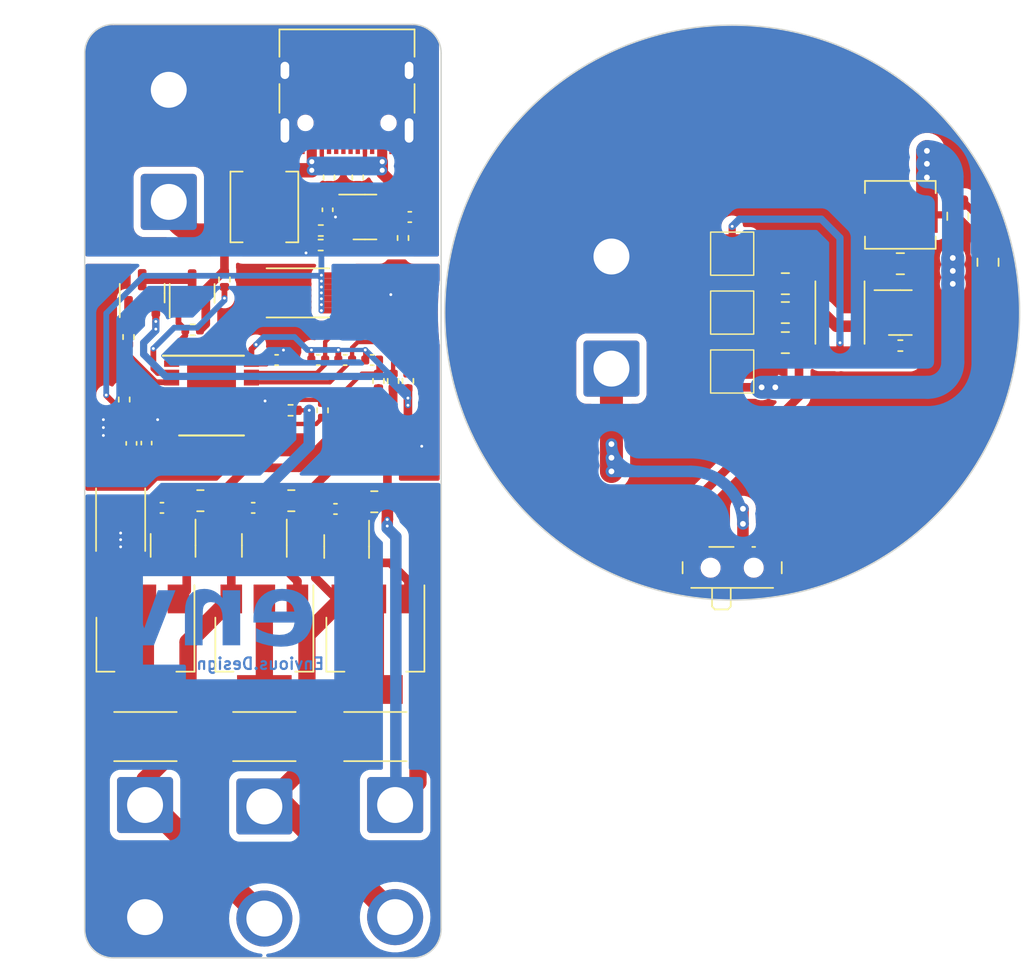
<source format=kicad_pcb>
(kicad_pcb (version 20221018) (generator pcbnew)
  (layers (0 "F.Cu" signal) (31 "B.Cu" signal) (34 "B.Paste" user) (35 "F.Paste" user) (36 "B.SilkS" user "B.Silkscreen") (37 "F.SilkS" user "F.Silkscreen") (38 "B.Mask" user) (39 "F.Mask" user) (44 "Edge.Cuts" user))
  (net 0 "")
  (net 1 "Net-(BAT1-Pin_1)")
  (net 2 "GND")
  (net 3 "Net-(U3-VDD)")
  (net 4 "VBUS")
  (net 5 "+12V")
  (net 6 "Net-(J1-CC1)")
  (net 10 "Net-(J1-CC2)")
  (net 14 "Net-(Q1-G)")
  (net 15 "Net-(Q1-D)")
  (net 16 "Net-(Q2-G)")
  (net 17 "Net-(Q3-G)")
  (net 18 "Net-(Q3-D)")
  (net 19 "Net-(Q4-G)")
  (net 20 "Net-(Q4-D)")
  (net 21 "Net-(Q5-G)")
  (net 22 "Net-(SW101-A)")
  (net 23 "Net-(U101-VBST)")
  (net 24 "Net-(U101-SW)")
  (net 25 "Net-(D101-anode)")
  (net 26 "Net-(U101-EN)")
  (net 27 "Net-(D103-cathode)")
  (net 39 "Net-(U9-VMP)")
  (net 40 "Net-(U9-VCC2)")
  (net 41 "Net-(U9-VCC1)")
  (net 42 "Net-(U9-DOP)")
  (net 43 "Net-(U4-FB)")
  (net 44 "Net-(U2-VDD)")
  (net 45 "Net-(Q2-D)")
  (net 46 "Net-(BAT2-Pin_1)")
  (net 49 "Net-(U9-VINI)")
  (net 50 "Net-(U9-VCC3)")
  (net 51 "Net-(U9-SEL)")
  (net 52 "Net-(U9-CTL)")
  (net 53 "Net-(U9-CDT)")
  (net 54 "Net-(U9-CCT)")
  (net 55 "Net-(U4-EN)")
  (net 56 "Net-(U1-VDD)")
  (net 57 "Net-(D101-cathode)")
  (net 58 "Net-(D102-cathode)")
  (net 59 "Net-(BAT1-Pin_2)")
  (net 60 "/VDD")
  (net 61 "/VSS")
  (footprint "Capacitor_SMD:C_0805_2012Metric" (layer "F.Cu") (at 74.5 35.4 180)
    (fp_text reference "C104")
    (fp_text value "10uF 0805")
  )
  (footprint "Package_TO_SOT_SMD:SOT-223-3_TabPin2" (layer "F.Cu") (at 37.975 61.875 -90)
    (fp_text reference "Q3")
    (fp_text value "BSP89")
  )
  (footprint "Capacitor_SMD:C_0402_1005Metric" (layer "F.Cu") (at 37.75 42.1)
    (fp_text reference "C8")
    (fp_text value "0.1uF 0402")
  )
  (footprint "Resistor_SMD:R_0402_1005Metric" (layer "F.Cu") (at 20.8 40.5 90)
    (fp_text reference "R21")
    (fp_text value "5.1K 0402")
  )
  (footprint "Resistor_SMD:R_0402_1005Metric" (layer "F.Cu") (at 34.18 33.09)
    (fp_text reference "R10")
    (fp_text value "62K 0402")
  )
  (footprint "GW_CSSRM3:GW_CSSRM3" (layer "F.Cu") (at 62.8 38.8 -90)
    (fp_text reference "D102")
    (fp_text value "GW_CSSRM3")
  )
  (footprint "Capacitor_SMD:C_0402_1005Metric" (layer "F.Cu") (at 29.475 52.3875 180)
    (fp_text reference "C2")
    (fp_text value "0.1uF 0402")
  )
  (footprint "Capacitor_SMD:C_0805_2012Metric" (layer "F.Cu") (at 66.5 40.89 180)
    (fp_text reference "C101")
    (fp_text value "10uF 0805")
  )
  (footprint "Capacitor_SMD:C_0402_1005Metric" (layer "F.Cu") (at 35.2 52.4625 180)
    (fp_text reference "C3")
    (fp_text value "0.1uF 0402")
  )
  (footprint "Resistor_SMD:R_0805_2012Metric" (layer "F.Cu") (at 25.8 51.8875 180)
    (fp_text reference "R2")
    (fp_text value "100 0805")
  )
  (footprint "Package_TO_SOT_SMD:SOT-23-6" (layer "F.Cu") (at 30.25 55 -90)
    (fp_text reference "U2")
    (fp_text value "HY2213")
  )
  (footprint "Resistor_SMD:R_2512_6332Metric" (layer "F.Cu") (at 20.25 53.2125 90)
    (fp_text reference "R103")
    (fp_text value "51r 2512")
  )
  (footprint "Resistor_SMD:R_2512_6332Metric" (layer "F.Cu") (at 37.975 68.3 180)
    (fp_text reference "R6")
    (fp_text value "47 2512")
  )
  (footprint "Connector_USB:USB_C_Receptacle_HRO_TYPE-C-31-M-12" (layer "F.Cu") (at 36 23 180)
    (fp_text reference "J1")
    (fp_text value "USB_C_Receptacle_USB2.0")
  )
  (footprint "Connector_Wire:SolderWire-2sqmm_1x02_P7.8mm_D2mm_OD3.9mm" (layer "F.Cu") (at 30.25 73.1625 -90)
    (fp_text reference "BAT2")
    (fp_text value "Conn_01x02")
  )
  (footprint "Capacitor_SMD:C_0402_1005Metric" (layer "F.Cu") (at 22.05 47.88 -90)
    (fp_text reference "C9")
    (fp_text value "0.1uF 0402")
  )
  (footprint "Resistor_SMD:R_0402_1005Metric" (layer "F.Cu") (at 20.5 44.85 90)
    (fp_text reference "R20")
    (fp_text value "1K 0402")
  )
  (footprint "Capacitor_SMD:C_0805_2012Metric" (layer "F.Cu") (at 80.6 35.3 -90)
    (fp_text reference "C106")
    (fp_text value "22uF 0805")
  )
  (footprint "Inductor_SMD:L_Sunlord_MWSA0402S" (layer "F.Cu") (at 30.25 31.45 -90)
    (fp_text reference "L1")
    (fp_text value "MWSA0402S")
  )
  (footprint "Resistor_SMD:R_0402_1005Metric" (layer "F.Cu") (at 34.75 29.4 90)
    (fp_text reference "R9")
    (fp_text value "5.1K 0402")
  )
  (footprint "Connector_Wire:SolderWire-2sqmm_1x02_P7.8mm_D2mm_OD3.9mm" (layer "F.Cu") (at 54.4 42.699999 90)
    (fp_text reference "J102")
    (fp_text value "Conn_01x02")
  )
  (footprint "Inductor_SMD:L_Sunlord_MWSA0402S" (layer "F.Cu") (at 74.5 32)
    (fp_text reference "L101")
    (fp_text value "MWSA0402S")
  )
  (footprint "Resistor_SMD:R_0805_2012Metric" (layer "F.Cu") (at 37.9 51.9625 180)
    (fp_text reference "R5")
    (fp_text value "100 0805")
  )
  (footprint "Package_TO_SOT_SMD:SOT-23-6" (layer "F.Cu") (at 37.25 32.15)
    (fp_text reference "U4")
    (fp_text value "MT3608")
  )
  (footprint "Package_TO_SOT_SMD:SOT-23" (layer "F.Cu") (at 25.225 37.4625 90)
    (fp_text reference "Q4")
    (fp_text value "AO3401A")
  )
  (footprint "Capacitor_SMD:C_0402_1005Metric" (layer "F.Cu") (at 23.125 52.3875 180)
    (fp_text reference "C1")
    (fp_text value "0.1uF 0402")
  )
  (footprint "GW_CSSRM3:GW_CSSRM3" (layer "F.Cu") (at 62.799999 42.9 -90)
    (fp_text reference "D101")
    (fp_text value "GW_CSSRM3")
  )
  (footprint "Capacitor_SMD:C_0805_2012Metric" (layer "F.Cu") (at 66.5 38.8 180)
    (fp_text reference "C102")
    (fp_text value "10uF 0805")
  )
  (footprint "Package_TO_SOT_SMD:SOT-23-6" (layer "F.Cu") (at 74.5 38.8)
    (fp_text reference "U101")
    (fp_text value "TPS565208")
  )
  (footprint "Resistor_SMD:R_0402_1005Metric" (layer "F.Cu") (at 25.259999 40)
    (fp_text reference "R23")
    (fp_text value "1M 0402")
  )
  (footprint "Connector_Wire:SolderWire-2sqmm_1x02_P7.8mm_D2mm_OD3.9mm" (layer "F.Cu") (at 39.35 73.0625 -90)
    (fp_text reference "BAT3")
    (fp_text value "Conn_01x02")
  )
  (footprint "Package_SO:HTSSOP-16-1EP_4.4x5mm_P0.65mm_EP3.4x5mm" (layer "F.Cu") (at 26.575 44.625)
    (fp_text reference "U9")
    (fp_text value "8254")
  )
  (footprint "Capacitor_SMD:C_0402_1005Metric" (layer "F.Cu") (at 31.105 42.1)
    (fp_text reference "C11")
    (fp_text value "2.2uF 0402")
  )
  (footprint "Capacitor_SMD:C_0402_1005Metric" (layer "F.Cu") (at 35.875 42.1)
    (fp_text reference "C7")
    (fp_text value "0.1uF 0402")
  )
  (footprint "Resistor_SMD:R_0402_1005Metric" (layer "F.Cu") (at 74.5 41.1 180)
    (fp_text reference "R101")
    (fp_text value "10K 0402")
  )
  (footprint "Resistor_SMD:R_2512_6332Metric" (layer "F.Cu") (at 21.975001 68.3 180)
    (fp_text reference "R1")
    (fp_text value "47 2512")
  )
  (footprint "GW_CSSRM3:GW_CSSRM3" (layer "F.Cu") (at 62.8 34.7 -90)
    (fp_text reference "D103")
    (fp_text value "GW_CSSRM3")
  )
  (footprint "Button_Switch_SMD:SW_SPDT_PCM12" (layer "F.Cu") (at 62.8 56.225)
    (fp_text reference "SW101")
    (fp_text value "SW_SPST")
  )
  (footprint "Capacitor_SMD:C_0402_1005Metric" (layer "F.Cu") (at 34 42.1)
    (fp_text reference "C6")
    (fp_text value "0.1uF 0402")
  )
  (footprint "Package_TO_SOT_SMD:SOT-223-3_TabPin2" (layer "F.Cu") (at 21.975001 61.875 -90)
    (fp_text reference "Q1")
    (fp_text value "BSP89")
  )
  (footprint "Resistor_SMD:R_0402_1005Metric" (layer "F.Cu") (at 36.75 29.4 90)
    (fp_text reference "R8")
    (fp_text value "5.1K 0402")
  )
  (footprint "Resistor_SMD:R_0402_1005Metric" (layer "F.Cu") (at 32.075 45.6)
    (fp_text reference "R19")
    (fp_text value "1K 0402")
  )
  (footprint "Package_TO_SOT_SMD:SOT-223-3_TabPin2" (layer "F.Cu") (at 30.25 61.875 -90)
    (fp_text reference "Q2")
    (fp_text value "BSP89")
  )
  (footprint "Capacitor_SMD:C_0805_2012Metric" (layer "F.Cu") (at 78.5 32.1 -90)
    (fp_text reference "C105")
    (fp_text value "22uF 0805")
  )
  (footprint "Resistor_SMD:R_0402_1005Metric" (layer "F.Cu") (at 38.19 43.56 -90)
    (fp_text reference "R25")
    (fp_text value "1K 0402")
  )
  (footprint "Capacitor_SMD:C_0402_1005Metric" (layer "F.Cu") (at 34.65 31.65 -90)
    (fp_text reference "C5")
    (fp_text value "22uF 0402")
  )
  (footprint "Package_TO_SOT_SMD:SOT-23-6" (layer "F.Cu") (at 35.975 55.074999 -90)
    (fp_text reference "U3")
    (fp_text value "HY2213")
  )
  (footprint "Resistor_SMD:R_0402_1005Metric" (layer "F.Cu") (at 40.24 43.56 -90)
    (fp_text reference "R27")
    (fp_text value "1K 0402")
  )
  (footprint "Resistor_SMD:R_0402_1005Metric" (layer "F.Cu") (at 34.17 34.1 180)
    (fp_text reference "R11")
    (fp_text value "3K 0402")
  )
  (footprint "Resistor_SMD:R_0402_1005Metric" (layer "F.Cu") (at 39.21 43.56 -90)
    (fp_text reference "R26")
    (fp_text value "1K 0402")
  )
  (footprint "Package_TO_SOT_SMD:SOT-23-6" (layer "F.Cu") (at 23.9 55 -90)
    (fp_text reference "U1")
    (fp_text value "HY2213")
  )
  (footprint "Capacitor_SMD:C_0805_2012Metric" (layer "F.Cu") (at 66.5 36.789999 180)
    (fp_text reference "C103")
    (fp_text value "0.1uF 0805")
  )
  (footprint "Resistor_SMD:R_0402_1005Metric" (layer "F.Cu") (at 39.9 33.61 90)
    (fp_text reference "R7")
    (fp_text value "10K 0402")
  )
  (footprint "Package_TO_SOT_SMD:SOT-23" (layer "F.Cu") (at 21.75 37.45 90)
    (fp_text reference "Q5")
    (fp_text value "AO3401A")
  )
  (footprint "Resistor_SMD:R_0402_1005Metric" (layer "F.Cu") (at 27.475 36.5 90)
    (fp_text reference "R22")
    (fp_text value "5.1K 0402")
  )
  (footprint "Capacitor_SMD:C_0402_1005Metric" (layer "F.Cu") (at 21 47.9 -90)
    (fp_text reference "C10")
    (fp_text value "0.1uF 0402")
  )
  (footprint "Connector_Wire:SolderWire-2sqmm_1x02_P7.8mm_D2mm_OD3.9mm" (layer "F.Cu") (at 21.95 73.0625 -90)
    (fp_text reference "BAT1")
    (fp_text value "Conn_01x02")
  )
  (footprint "Resistor_SMD:R_0402_1005Metric" (layer "F.Cu") (at 34.3 45.6 90)
    (fp_text reference "R18")
    (fp_text value "1K 0402")
  )
  (footprint "Resistor_SMD:R_2512_6332Metric" (layer "F.Cu") (at 32.58 37.43 180)
    (fp_text reference "R24")
    (fp_text value "0r 2512")
  )
  (footprint "Resistor_SMD:R_2512_6332Metric" (layer "F.Cu") (at 30.25 68.3 180)
    (fp_text reference "R4")
    (fp_text value "47 2512")
  )
  (footprint "Resistor_SMD:R_2512_6332Metric" (layer "F.Cu") (at 70.3 38.8 90)
    (fp_text reference "R102")
    (fp_text value "0.5R 2512")
  )
  (footprint "Capacitor_SMD:C_0402_1005Metric" (layer "F.Cu") (at 40.37 32.15)
    (fp_text reference "C4")
    (fp_text value "22uF 0402")
  )
  (footprint "Resistor_SMD:R_0805_2012Metric" (layer "F.Cu") (at 32.124999 51.8875 180)
    (fp_text reference "R3")
    (fp_text value "100 0805")
  )
  (footprint "Connector_Wire:SolderWire-2sqmm_1x02_P7.8mm_D2mm_OD3.9mm" (layer "B.Cu") (at 23.6 31.1 90)
    (fp_text reference "J101")
    (fp_text value "Conn_01x02")
  )
  (gr_arc (start 17.75 20.75) (mid 18.335786 19.335786) (end 19.75 18.75) (stroke (width 0.1)) (layer "Edge.Cuts"))
  (gr_line (start 40.55 83.7) (end 19.75 83.7) (stroke (width 0.1)) (layer "Edge.Cuts"))
  (gr_line (start 42.55 20.75) (end 42.55 81.7) (stroke (width 0.1)) (layer "Edge.Cuts"))
  (gr_arc (start 19.75 83.7) (mid 18.335786 83.114214) (end 17.75 81.7) (stroke (width 0.1)) (layer "Edge.Cuts"))
  (gr_arc (start 40.55 18.75) (mid 41.964214 19.335786) (end 42.55 20.75) (stroke (width 0.1)) (layer "Edge.Cuts"))
  (gr_line (start 17.75 81.7) (end 17.75 20.75) (stroke (width 0.1)) (layer "Edge.Cuts"))
  (gr_arc (start 42.55 81.7) (mid 41.964214 83.114214) (end 40.55 83.7) (stroke (width 0.1)) (layer "Edge.Cuts"))
  (gr_line (start 19.75 18.75) (end 40.55 18.75) (stroke (width 0.1)) (layer "Edge.Cuts"))
  (gr_circle (center 62.8 38.800001) (end 62.8 58.8) (stroke (width 0.1)) (fill none) (layer "Edge.Cuts"))
  (gr_text "env" (at 33.9 62.8) (layer "B.Cu") (effects (font (size 5 5) (thickness 0.15) bold) (justify left bottom mirror)))
  (gr_text "Envious.Design" (at 34.5 63.7) (layer "B.Cu") (effects (font (size 0.8 0.8) (thickness 0.15) bold) (justify left bottom mirror)))
  (segment (start 27.95 55.2125) (end 29.3 53.8625) (width 0.6) (layer "F.Cu") (net 1))
  (segment (start 21.95 71.287501) (end 24.937501 68.3) (width 1.2) (layer "F.Cu") (net 1))
  (segment (start 30.55 49.6) (end 32.66 49.6) (width 0.6) (layer "F.Cu") (net 1))
  (segment (start 28.495 51.8875) (end 27.75 51.8875) (width 0.6) (layer "F.Cu") (net 1))
  (segment (start 26.7125 51.8875) (end 27.75 51.8875) (width 0.6) (layer "F.Cu") (net 1))
  (segment (start 26.7125 51.8875) (end 27.25 51.8875) (width 0.4) (layer "F.Cu") (net 1))
  (segment (start 24.937501 68.3) (end 24.937501 61.737499) (width 1.2) (layer "F.Cu") (net 1))
  (segment (start 21.95 73.0625) (end 22.35 73.0625) (width 1.6) (layer "F.Cu") (net 1))
  (segment (start 31 49.6) (end 32.66 49.6) (width 0.4) (layer "F.Cu") (net 1))
  (segment (start 32.66 49.6) (end 33.93 48.33) (width 0.6) (layer "F.Cu") (net 1))
  (segment (start 28.995 52.3875) (end 28.495 51.8875) (width 0.6) (layer "F.Cu") (net 1))
  (segment (start 33.93 48.33) (end 38.19 44.07) (width 0.6) (layer "F.Cu") (net 1))
  (segment (start 26.7125 51.8875) (end 29 49.6) (width 0.6) (layer "F.Cu") (net 1))
  (segment (start 21.95 73.0625) (end 21.95 71.287501) (width 1.2) (layer "F.Cu") (net 1))
  (segment (start 28.995 53.5575) (end 28.995 52.3875) (width 0.6) (layer "F.Cu") (net 1))
  (segment (start 29 49.6) (end 30.55 49.6) (width 0.6) (layer "F.Cu") (net 1))
  (segment (start 27.95 58.725) (end 27.95 55.2125) (width 0.6) (layer "F.Cu") (net 1))
  (segment (start 30.55 49.6) (end 31 49.6) (width 0.6) (layer "F.Cu") (net 1))
  (segment (start 24.937501 61.737499) (end 27.95 58.725) (width 1.2) (layer "F.Cu") (net 1))
  (segment (start 29.3 53.8625) (end 28.995 53.5575) (width 0.6) (layer "F.Cu") (net 1))
  (segment (start 22.35 73.0625) (end 30.25 80.9625) (width 1.6) (layer "F.Cu") (net 1))
  (segment (start 27.75 51.8875) (end 27.25 51.8875) (width 0.6) (layer "F.Cu") (net 1))
  (segment (start 35.2 32.15) (end 35.22 32.13) (width 0.6) (layer "F.Cu") (net 2))
  (segment (start 62.8 38.8) (end 65.55 38.8) (width 1) (layer "F.Cu") (net 2))
  (segment (start 20.04 45.36) (end 19.37 44.69) (width 0.4) (layer "F.Cu") (net 2))
  (segment (start 62.8 34.7) (end 65.55 34.7) (width 1) (layer "F.Cu") (net 2))
  (segment (start 65.55 34.7) (end 65.55 36.789999) (width 1) (layer "F.Cu") (net 2))
  (segment (start 62.799999 42.9) (end 65.55 42.9) (width 1) (layer "F.Cu") (net 2))
  (segment (start 62.799999 42.9) (end 59.4 42.9) (width 1) (layer "F.Cu") (net 2))
  (segment (start 62.8 34.7) (end 59.4 34.7) (width 1) (layer "F.Cu") (net 2))
  (segment (start 35.5425 37.02) (end 35.5425 37.43) (width 0.4) (layer "F.Cu") (net 2))
  (segment (start 35.5425 38.25) (end 35.5425 37.43) (width 0.4) (layer "F.Cu") (net 2))
  (segment (start 35.5425 37.84) (end 35.5425 37.43) (width 0.4) (layer "F.Cu") (net 2))
  (segment (start 19.25 44.57) (end 19.25 44.54) (width 0.4) (layer "F.Cu") (net 2))
  (segment (start 34.22 36.61) (end 35.5425 36.61) (width 0.4) (layer "F.Cu") (net 2))
  (segment (start 35.5425 36.61) (end 35.5425 37.43) (width 0.4) (layer "F.Cu") (net 2))
  (segment (start 36.0925 32.13) (end 36.1125 32.15) (width 0.6) (layer "F.Cu") (net 2))
  (segment (start 35.22 32.13) (end 36.0925 32.13) (width 0.6) (layer "F.Cu") (net 2))
  (segment (start 34.22 36.2) (end 35.5425 36.2) (width 0.4) (layer "F.Cu") (net 2))
  (segment (start 34.22 37.02) (end 35.5425 37.02) (width 0.4) (layer "F.Cu") (net 2))
  (segment (start 35.5425 36.2) (end 35.5425 37.43) (width 0.4) (layer "F.Cu") (net 2))
  (segment (start 34.22 37.84) (end 35.5425 37.84) (width 0.4) (layer "F.Cu") (net 2))
  (segment (start 34.22 38.66) (end 35.5425 38.66) (width 0.4) (layer "F.Cu") (net 2))
  (segment (start 62.8 38.8) (end 59.4 38.8) (width 1) (layer "F.Cu") (net 2))
  (segment (start 34.65 32.13) (end 35.18 32.13) (width 0.6) (layer "F.Cu") (net 2))
  (segment (start 34.22 38.25) (end 35.5425 38.25) (width 0.4) (layer "F.Cu") (net 2))
  (segment (start 34.22 37.43) (end 35.5425 37.43) (width 0.4) (layer "F.Cu") (net 2))
  (segment (start 32.75 27.045) (end 32.595 27.045) (width 0.4) (layer "F.Cu") (net 2))
  (segment (start 35.5425 38.66) (end 35.5425 37.43) (width 0.4) (layer "F.Cu") (net 2))
  (segment (start 19.37 44.69) (end 19.25 44.57) (width 0.4) (layer "F.Cu") (net 2))
  (segment (start 20.5 45.36) (end 20.04 45.36) (width 0.4) (layer "F.Cu") (net 2))
  (segment (start 35.18 32.13) (end 35.2 32.15) (width 0.6) (layer "F.Cu") (net 2))
  (segment (start 59.4 34.7) (end 59.4 38.8) (width 1) (layer "F.Cu") (net 2))
  (segment (start 39.25 27.045) (end 39.405 27.045) (width 0.4) (layer "F.Cu") (net 2))
  (segment (start 65.55 42.9) (end 65.55 40.89) (width 1) (layer "F.Cu") (net 2))
  (segment (start 59.4 38.8) (end 59.4 42.9) (width 1) (layer "F.Cu") (net 2))
  (via (at 34.22 36.2) (size 0.4) (drill 0.2) (layers "F.Cu" "B.Cu") (net 2))
  (via (at 34.22 37.02) (size 0.4) (drill 0.2) (layers "F.Cu" "B.Cu") (net 2))
  (via (at 19.25 44.54) (size 0.4) (drill 0.2) (layers "F.Cu" "B.Cu") (net 2))
  (via (at 34.22 38.25) (size 0.4) (drill 0.2) (layers "F.Cu" "B.Cu") (net 2))
  (via (at 33.15 34.65) (size 0.4) (drill 0.2) (layers "F.Cu" "B.Cu") (net 2))
  (via (at 34.22 36.61) (size 0.4) (drill 0.2) (layers "F.Cu" "B.Cu") (net 2))
  (via (at 35.2 32.15) (size 0.4) (drill 0.2) (layers "F.Cu" "B.Cu") (net 2))
  (via (at 34.22 37.84) (size 0.4) (drill 0.2) (layers "F.Cu" "B.Cu") (net 2))
  (via (at 34.22 37.43) (size 0.4) (drill 0.2) (layers "F.Cu" "B.Cu") (net 2))
  (via (at 34.22 38.66) (size 0.4) (drill 0.2) (layers "F.Cu" "B.Cu") (net 2))
  (arc (start 39.405 27.045) (mid 40.052003 26.777003) (end 40.32 26.13) (width 0.4) (layer "F.Cu") (net 2))
  (arc (start 32.595 27.045) (mid 31.947997 26.777003) (end 31.68 26.13) (width 0.4) (layer "F.Cu") (net 2))
  (segment (start 19.25 44.54) (end 19.25 38.85) (width 0.4) (layer "B.Cu") (net 2))
  (segment (start 34.22 32.15) (end 35.2 32.15) (width 0.4) (layer "B.Cu") (net 2))
  (segment (start 34.05 36.24) (end 34.22 36.41) (width 0.4) (layer "B.Cu") (net 2))
  (segment (start 34.22 38.66) (end 34.22 36.41) (width 0.4) (layer "B.Cu") (net 2))
  (segment (start 21.86 36.24) (end 34.05 36.24) (width 0.4) (layer "B.Cu") (net 2))
  (segment (start 19.25 38.85) (end 21.86 36.24) (width 0.4) (layer "B.Cu") (net 2))
  (segment (start 34.22 36.41) (end 34.22 32.15) (width 0.4) (layer "B.Cu") (net 2))
  (segment (start 35.975 52.7575) (end 35.975 53.937499) (width 0.4) (layer "F.Cu") (net 3))
  (segment (start 35.68 52.4625) (end 35.975 52.7575) (width 0.4) (layer "F.Cu") (net 3))
  (segment (start 36.9875 51.9625) (end 36.18 51.9625) (width 0.4) (layer "F.Cu") (net 3))
  (segment (start 36.18 51.9625) (end 35.68 52.4625) (width 0.4) (layer "F.Cu") (net 3))
  (segment (start 33.55 28.3) (end 33.55 28.9) (width 0.7) (layer "F.Cu") (net 4))
  (segment (start 30.25 29.6) (end 30.45 29.6) (width 1.6) (layer "F.Cu") (net 4))
  (segment (start 38.45 28.3) (end 38.45 27.045) (width 0.7) (layer "F.Cu") (net 4))
  (segment (start 33.55 27.045) (end 33.55 28.3) (width 0.7) (layer "F.Cu") (net 4))
  (segment (start 30.95 28.9) (end 30.25 29.6) (width 1) (layer "F.Cu") (net 4))
  (segment (start 39.89 32.15) (end 39.89 33.09) (width 0.6) (layer "F.Cu") (net 4))
  (segment (start 39.89 32.15) (end 38.3875 32.15) (width 0.6) (layer "F.Cu") (net 4))
  (segment (start 38.45 29.1) (end 38.45 28.3) (width 0.8) (layer "F.Cu") (net 4))
  (segment (start 33.55 28.9) (end 30.95 28.9) (width 1) (layer "F.Cu") (net 4))
  (segment (start 39.89 32.15) (end 39.89 30.54) (width 0.8) (layer "F.Cu") (net 4))
  (segment (start 38.45 28.9) (end 38.45 28.3) (width 0.7) (layer "F.Cu") (net 4))
  (segment (start 39.89 30.54) (end 38.45 29.1) (width 0.8) (layer "F.Cu") (net 4))
  (segment (start 39.89 33.09) (end 39.9 33.1) (width 0.6) (layer "F.Cu") (net 4))
  (via (at 38.45 28.3) (size 0.6) (drill 0.35) (layers "F.Cu" "B.Cu") (net 4))
  (via (at 38.45 28.9) (size 0.6) (drill 0.35) (layers "F.Cu" "B.Cu") (net 4))
  (via (at 33.55 28.9) (size 0.6) (drill 0.35) (layers "F.Cu" "B.Cu") (net 4))
  (via (at 33.55 28.3) (size 0.6) (drill 0.35) (layers "F.Cu" "B.Cu") (net 4))
  (segment (start 38.45 28.9) (end 33.55 28.9) (width 0.7) (layer "B.Cu") (net 4))
  (segment (start 33.55 28.3) (end 38.45 28.3) (width 0.7) (layer "B.Cu") (net 4))
  (segment (start 33.05 31.4) (end 33.05 32.47) (width 0.6) (layer "F.Cu") (net 5))
  (segment (start 63.55 53.5) (end 63.55 52.45) (width 0.8) (layer "F.Cu") (net 5))
  (segment (start 26.175 38.4) (end 26.175 37.162685) (width 0.6) (layer "F.Cu") (net 5))
  (segment (start 27.475 34.725) (end 27.475 35.99) (width 0.6) (layer "F.Cu") (net 5))
  (segment (start 33.28 31.17) (end 33.05 31.4) (width 0.6) (layer "F.Cu") (net 5))
  (segment (start 34.65 31.17) (end 33.28 31.17) (width 0.6) (layer "F.Cu") (net 5))
  (segment (start 33.67 33.09) (end 30.46 33.09) (width 0.8) (layer "F.Cu") (net 5))
  (segment (start 54.4 49.85) (end 54.4 49.6) (width 1.6) (layer "F.Cu") (net 5))
  (segment (start 33.05 32.47) (end 33.67 33.09) (width 0.6) (layer "F.Cu") (net 5))
  (segment (start 36.1125 31.2) (end 34.68 31.2) (width 0.6) (layer "F.Cu") (net 5))
  (segment (start 30.46 33.09) (end 30.25 33.3) (width 0.8) (layer "F.Cu") (net 5))
  (segment (start 34.68 31.2) (end 34.65 31.17) (width 0.6) (layer "F.Cu") (net 5))
  (segment (start 28.9 33.3) (end 27.475 34.725) (width 0.6) (layer "F.Cu") (net 5))
  (segment (start 27.347685 35.99) (end 27.475 35.99) (width 0.6) (layer "F.Cu") (net 5))
  (segment (start 54.4 42.699999) (end 54.4 47.95) (width 1.6) (layer "F.Cu") (net 5))
  (segment (start 30.25 33.3) (end 28.9 33.3) (width 0.6) (layer "F.Cu") (net 5))
  (segment (start 63.55 54.795) (end 63.55 53.5) (width 0.8) (layer "F.Cu") (net 5))
  (segment (start 30.25 33.3) (end 25.8 33.3) (width 1.4) (layer "F.Cu") (net 5))
  (segment (start 54.4 47.95) (end 54.4 48.9) (width 1.6) (layer "F.Cu") (net 5))
  (segment (start 26.175 38.4) (end 26.175 39.594999) (width 0.6) (layer "F.Cu") (net 5))
  (segment (start 26.175 39.594999) (end 25.769999 40) (width 0.6) (layer "F.Cu") (net 5))
  (segment (start 63.55 52.45) (end 63.55 52.55) (width 0.8) (layer "F.Cu") (net 5))
  (segment (start 54.4 48.9) (end 54.4 49.85) (width 1.6) (layer "F.Cu") (net 5))
  (segment (start 26.175 37.162685) (end 27.347685 35.99) (width 0.6) (layer "F.Cu") (net 5))
  (via (at 54.4 48.9) (size 0.8) (drill 0.4) (layers "F.Cu" "B.Cu") (net 5))
  (via (at 63.55 53.5) (size 0.8) (drill 0.4) (layers "F.Cu" "B.Cu") (net 5))
  (via (at 63.55 52.45) (size 0.8) (drill 0.4) (layers "F.Cu" "B.Cu") (net 5))
  (via (at 54.4 47.95) (size 0.8) (drill 0.4) (layers "F.Cu" "B.Cu") (net 5))
  (via (at 54.4 49.85) (size 0.8) (drill 0.4) (layers "F.Cu" "B.Cu") (net 5))
  (arc (start 25.8 33.3) (mid 24.244365 32.655635) (end 23.6 31.1) (width 1.4) (layer "F.Cu") (net 5))
  (segment (start 55.35 49.85) (end 56.3 49.85) (width 0.8) (layer "B.Cu") (net 5))
  (segment (start 54.4 49.85) (end 56.3 49.85) (width 0.8) (layer "B.Cu") (net 5))
  (segment (start 59.9 49.85) (end 56.3 49.85) (width 0.8) (layer "B.Cu") (net 5))
  (arc (start 63.55 53.5) (mid 62.48094 50.91906) (end 59.9 49.85) (width 0.8) (layer "B.Cu") (net 5))
  (arc (start 54.4 48.9) (mid 54.678249 49.571751) (end 55.35 49.85) (width 0.8) (layer "B.Cu") (net 5))
  (arc (start 54.4 47.95) (mid 54.956497 49.293503) (end 56.3 49.85) (width 0.8) (layer "B.Cu") (net 5))
  (segment (start 37.25 28.39) (end 37.25 27.045) (width 0.3) (layer "F.Cu") (net 6))
  (segment (start 36.75 28.89) (end 37.25 28.39) (width 0.3) (layer "F.Cu") (net 6))
  (segment (start 34.25 27.045) (end 34.25 28.39) (width 0.3) (layer "F.Cu") (net 10))
  (segment (start 34.25 28.39) (end 34.75 28.89) (width 0.3) (layer "F.Cu") (net 10))
  (segment (start 24.85 58.150001) (end 24.275001 58.725) (width 0.6) (layer "F.Cu") (net 14))
  (segment (start 24.85 56.1375) (end 24.85 58.150001) (width 0.6) (layer "F.Cu") (net 14))
  (segment (start 21.975001 65.025) (end 19.012501 67.9875) (width 1.2) (layer "F.Cu") (net 15))
  (segment (start 21.975001 65.025) (end 21.975001 58.725) (width 1.2) (layer "F.Cu") (net 15))
  (segment (start 19.012501 67.9875) (end 19.012501 68.3) (width 1.2) (layer "F.Cu") (net 15))
  (segment (start 31.2 56.1375) (end 32.55 57.4875) (width 0.6) (layer "F.Cu") (net 16))
  (segment (start 32.55 57.4875) (end 32.55 58.725) (width 0.6) (layer "F.Cu") (net 16))
  (segment (start 40.275 57.475) (end 40.275 58.725) (width 0.6) (layer "F.Cu") (net 17))
  (segment (start 39.012499 56.212499) (end 40.275 57.475) (width 0.6) (layer "F.Cu") (net 17))
  (segment (start 36.925 56.212499) (end 39.012499 56.212499) (width 0.6) (layer "F.Cu") (net 17))
  (segment (start 35.0125 67.9875) (end 37.975 65.025) (width 1.2) (layer "F.Cu") (net 18))
  (segment (start 35.0125 68.3) (end 35.0125 67.9875) (width 1.2) (layer "F.Cu") (net 18))
  (segment (start 37.975 65.025) (end 37.975 58.725) (width 1.2) (layer "F.Cu") (net 18))
  (segment (start 24.749999 40) (end 24.275 39.525001) (width 0.4) (layer "F.Cu") (net 19))
  (segment (start 23.8 41.35) (end 23.8 42.35) (width 0.4) (layer "F.Cu") (net 19))
  (segment (start 24.749999 40) (end 24.749999 40.400001) (width 0.4) (layer "F.Cu") (net 19))
  (segment (start 24.749999 40.400001) (end 23.8 41.35) (width 0.4) (layer "F.Cu") (net 19))
  (segment (start 24.275 39.525001) (end 24.275 38.4) (width 0.4) (layer "F.Cu") (net 19))
  (segment (start 21.75 36.5125) (end 25.2125 36.5125) (width 0.6) (layer "F.Cu") (net 20))
  (segment (start 25.2125 36.5125) (end 25.225 36.525) (width 0.6) (layer "F.Cu") (net 20))
  (segment (start 20.8 38.3875) (end 20.8 39.99) (width 0.4) (layer "F.Cu") (net 21))
  (segment (start 71.6 39.75) (end 73.3625 39.75) (width 0.6) (layer "F.Cu") (net 22))
  (segment (start 67.45 36.789999) (end 67.45 41.8) (width 0.8) (layer "F.Cu") (net 22))
  (segment (start 67.45 36.789999) (end 67.45 40.89) (width 0.5) (layer "F.Cu") (net 22))
  (segment (start 70.05 39.75) (end 71.6 39.75) (width 0.8) (layer "F.Cu") (net 22))
  (segment (start 67.45 38.8) (end 69.1 38.8) (width 0.8) (layer "F.Cu") (net 22))
  (segment (start 67.45 44.65) (end 67.45 40.89) (width 0.6) (layer "F.Cu") (net 22))
  (segment (start 69.75 39.45) (end 70.05 39.75) (width 0.8) (layer "F.Cu") (net 22))
  (segment (start 60.55 54.795) (end 60.55 51.55) (width 0.6) (layer "F.Cu") (net 22))
  (segment (start 60.55 51.55) (end 67.45 44.65) (width 0.6) (layer "F.Cu") (net 22))
  (segment (start 73.3625 39.75) (end 73.3625 40.4725) (width 0.5) (layer "F.Cu") (net 22))
  (segment (start 69.1 38.8) (end 69.75 39.45) (width 0.8) (layer "F.Cu") (net 22))
  (segment (start 73.3625 40.4725) (end 73.99 41.1) (width 0.5) (layer "F.Cu") (net 22))
  (segment (start 67.45 41.8) (end 67.45 40.89) (width 0.5) (layer "F.Cu") (net 22))
  (segment (start 75.6375 35.5875) (end 75.45 35.4) (width 0.4) (layer "F.Cu") (net 23))
  (segment (start 75.6375 37.85) (end 75.6375 35.5875) (width 0.4) (layer "F.Cu") (net 23))
  (segment (start 74.5 36.35) (end 73.55 35.4) (width 0.3) (layer "F.Cu") (net 24))
  (segment (start 73.55 35.4) (end 72.65 34.5) (width 0.5) (layer "F.Cu") (net 24))
  (segment (start 74.1 38.8) (end 74.5 38.4) (width 0.3) (layer "F.Cu") (net 24))
  (segment (start 72.65 34.5) (end 72.65 32) (width 0.5) (layer "F.Cu") (net 24))
  (segment (start 74.5 38.4) (end 74.5 36.35) (width 0.3) (layer "F.Cu") (net 24))
  (segment (start 73.3625 38.8) (end 74.1 38.8) (width 0.3) (layer "F.Cu") (net 24))
  (segment (start 76.35 32) (end 77.65 32) (width 0.5) (layer "F.Cu") (net 25))
  (segment (start 65.35 44) (end 65.85 44) (width 0.6) (layer "F.Cu") (net 25))
  (segment (start 78.5 31.15) (end 78.95 31.15) (width 0.5) (layer "F.Cu") (net 25))
  (segment (start 62.799999 44) (end 65.35 44) (width 0.6) (layer "F.Cu") (net 25))
  (segment (start 76.35 28.45) (end 76.35 27.55) (width 1.5) (layer "F.Cu") (net 25))
  (segment (start 65.8 44) (end 64.85 44) (width 0.6) (layer "F.Cu") (net 25))
  (segment (start 77.65 32) (end 78.5 31.15) (width 0.5) (layer "F.Cu") (net 25))
  (segment (start 76.35 32) (end 76.35 28.45) (width 1.5) (layer "F.Cu") (net 25))
  (segment (start 78.95 31.15) (end 80.6 32.8) (width 0.5) (layer "F.Cu") (net 25))
  (segment (start 76.35 27.55) (end 76.35 29.4) (width 1.5) (layer "F.Cu") (net 25))
  (segment (start 80.6 32.8) (end 80.6 34.35) (width 0.5) (layer "F.Cu") (net 25))
  (via (at 78.15 35.9) (size 0.8) (drill 0.4) (layers "F.Cu" "B.Cu") (net 25))
  (via (at 65.8 44) (size 0.8) (drill 0.4) (layers "F.Cu" "B.Cu") (net 25))
  (via (at 76.35 29.4) (size 0.8) (drill 0.4) (layers "F.Cu" "B.Cu") (net 25))
  (via (at 76.35 28.45) (size 0.8) (drill 0.4) (layers "F.Cu" "B.Cu") (net 25))
  (via (at 76.35 27.55) (size 0.8) (drill 0.4) (layers "F.Cu" "B.Cu") (net 25))
  (via (at 64.85 44) (size 0.8) (drill 0.4) (layers "F.Cu" "B.Cu") (net 25))
  (via (at 78.15 35) (size 0.8) (drill 0.4) (layers "F.Cu" "B.Cu") (net 25))
  (via (at 78.15 36.8) (size 0.8) (drill 0.4) (layers "F.Cu" "B.Cu") (net 25))
  (segment (start 78.15 35) (end 78.15 35.45) (width 1.6) (layer "B.Cu") (net 25))
  (segment (start 78.15 35.25) (end 78.15 35) (width 1.6) (layer "B.Cu") (net 25))
  (segment (start 64.85 44) (end 76.4 44) (width 1.6) (layer "B.Cu") (net 25))
  (segment (start 78.15 36.8) (end 78.15 42.25) (width 1.6) (layer "B.Cu") (net 25))
  (segment (start 78.15 35.9) (end 78.15 36.8) (width 1.6) (layer "B.Cu") (net 25))
  (segment (start 78.15 29.35) (end 78.15 31.2) (width 1.5) (layer "B.Cu") (net 25))
  (segment (start 78.15 35.45) (end 78.15 35.9) (width 1.6) (layer "B.Cu") (net 25))
  (segment (start 76.35 28.45) (end 77.25 28.45) (width 1.5) (layer "B.Cu") (net 25))
  (segment (start 78.15 31.2) (end 78.15 35) (width 1.5) (layer "B.Cu") (net 25))
  (arc (start 77.25 28.45) (mid 77.886396 28.713604) (end 78.15 29.35) (width 1.5) (layer "B.Cu") (net 25))
  (arc (start 78.15 42.25) (mid 77.637437 43.487437) (end 76.4 44) (width 1.6) (layer "B.Cu") (net 25))
  (arc (start 76.35 29.4) (mid 77.622792 29.927208) (end 78.15 31.2) (width 1.5) (layer "B.Cu") (net 25))
  (arc (start 76.35 27.55) (mid 77.622792 28.077208) (end 78.15 29.35) (width 1.5) (layer "B.Cu") (net 25))
  (segment (start 74.6 40.69) (end 75.01 41.1) (width 0.3) (layer "F.Cu") (net 26))
  (segment (start 75.6375 38.8) (end 74.9 38.8) (width 0.3) (layer "F.Cu") (net 26))
  (segment (start 74.9 38.8) (end 74.6 39.1) (width 0.3) (layer "F.Cu") (net 26))
  (segment (start 74.6 39.1) (end 74.6 40.69) (width 0.3) (layer "F.Cu") (net 26))
  (segment (start 75.73 39.8425) (end 75.73 41.527315) (width 0.6) (layer "F.Cu") (net 27))
  (segment (start 62.8 32.8) (end 62.8 33.6) (width 0.5) (layer "F.Cu") (net 27))
  (segment (start 70.3 41.7625) (end 70.3 40.9) (width 0.5) (layer "F.Cu") (net 27))
  (segment (start 75.73 41.527315) (end 75.157315 42.1) (width 0.6) (layer "F.Cu") (net 27))
  (segment (start 70.1375 42.1) (end 69.8 41.7625) (width 0.6) (layer "F.Cu") (net 27))
  (segment (start 75.6375 39.75) (end 75.73 39.8425) (width 0.6) (layer "F.Cu") (net 27))
  (segment (start 75.157315 42.1) (end 70.6375 42.1) (width 0.6) (layer "F.Cu") (net 27))
  (via (at 62.8 32.8) (size 0.4) (drill 0.2) (layers "F.Cu" "B.Cu") (net 27))
  (via (at 70.3 40.9) (size 0.4) (drill 0.2) (layers "F.Cu" "B.Cu") (net 27))
  (segment (start 62.8 32.8) (end 63.3 32.3) (width 0.5) (layer "B.Cu") (net 27))
  (segment (start 69 32.3) (end 70.3 33.6) (width 0.5) (layer "B.Cu") (net 27))
  (segment (start 70.3 33.6) (end 70.3 40.9) (width 0.5) (layer "B.Cu") (net 27))
  (segment (start 63.3 32.3) (end 69 32.3) (width 0.5) (layer "B.Cu") (net 27))
  (segment (start 22.527818 42.7) (end 22.827818 43) (width 0.4) (layer "F.Cu") (net 39))
  (segment (start 22.827818 43) (end 23.8 43) (width 0.4) (layer "F.Cu") (net 39))
  (segment (start 22.527818 41.3) (end 22.527818 42.7) (width 0.4) (layer "F.Cu") (net 39))
  (segment (start 27.475 37.8) (end 27.475 37.01) (width 0.4) (layer "F.Cu") (net 39))
  (via (at 27.475 37.8) (size 0.4) (drill 0.2) (layers "F.Cu" "B.Cu") (net 39))
  (via (at 22.527818 41.3) (size 0.4) (drill 0.2) (layers "F.Cu" "B.Cu") (net 39))
  (segment (start 23.977818 39.85) (end 25.575 39.85) (width 0.4) (layer "B.Cu") (net 39))
  (segment (start 22.527818 41.3) (end 23.977818 39.85) (width 0.4) (layer "B.Cu") (net 39))
  (segment (start 25.575 39.85) (end 27.475 37.95) (width 0.4) (layer "B.Cu") (net 39))
  (segment (start 27.475 37.95) (end 27.475 37.8) (width 0.4) (layer "B.Cu") (net 39))
  (segment (start 34.805 43.65) (end 36.355 42.1) (width 0.3) (layer "F.Cu") (net 40))
  (segment (start 36.75 40.85) (end 36.355 41.245) (width 0.3) (layer "F.Cu") (net 40))
  (segment (start 29.35 43.65) (end 34.805 43.65) (width 0.3) (layer "F.Cu") (net 40))
  (segment (start 39.21 41.55) (end 38.51 40.85) (width 0.3) (layer "F.Cu") (net 40))
  (segment (start 36.355 41.245) (end 36.355 42.1) (width 0.3) (layer "F.Cu") (net 40))
  (segment (start 38.51 40.85) (end 36.75 40.85) (width 0.3) (layer "F.Cu") (net 40))
  (segment (start 39.21 43.04) (end 39.21 41.55) (width 0.3) (layer "F.Cu") (net 40))
  (segment (start 34.925 40.4) (end 39.725 40.4) (width 0.3) (layer "F.Cu") (net 41))
  (segment (start 34.48 42.1) (end 34.48 40.845) (width 0.3) (layer "F.Cu") (net 41))
  (segment (start 34.48 42.42) (end 34.48 42.1) (width 0.3) (layer "F.Cu") (net 41))
  (segment (start 29.35 43) (end 33.9 43) (width 0.3) (layer "F.Cu") (net 41))
  (segment (start 34.48 40.845) (end 34.925 40.4) (width 0.3) (layer "F.Cu") (net 41))
  (segment (start 39.725 40.4) (end 40.24 40.915) (width 0.3) (layer "F.Cu") (net 41))
  (segment (start 33.9 43) (end 34.48 42.42) (width 0.3) (layer "F.Cu") (net 41))
  (segment (start 40.24 40.915) (end 40.24 43.05) (width 0.3) (layer "F.Cu") (net 41))
  (segment (start 20.8 41.75) (end 22.7 43.65) (width 0.4) (layer "F.Cu") (net 42))
  (segment (start 22.7 43.65) (end 23.8 43.65) (width 0.4) (layer "F.Cu") (net 42))
  (segment (start 20.8 41.01) (end 20.8 41.75) (width 0.4) (layer "F.Cu") (net 42))
  (segment (start 36.1125 33.1) (end 34.7 33.1) (width 0.6) (layer "F.Cu") (net 43))
  (segment (start 34.68 34.1) (end 34.68 33.1) (width 0.6) (layer "F.Cu") (net 43))
  (segment (start 34.7 33.1) (end 34.69 33.09) (width 0.6) (layer "F.Cu") (net 43))
  (segment (start 34.68 33.1) (end 34.69 33.09) (width 0.6) (layer "F.Cu") (net 43))
  (segment (start 30.712499 52.3875) (end 31.212499 51.8875) (width 0.6) (layer "F.Cu") (net 44))
  (segment (start 30.25 52.6825) (end 29.955 52.3875) (width 0.4) (layer "F.Cu") (net 44))
  (segment (start 30.25 52.6825) (end 30.25 53.8625) (width 0.6) (layer "F.Cu") (net 44))
  (segment (start 29.955 52.3875) (end 30.712499 52.3875) (width 0.6) (layer "F.Cu") (net 44))
  (segment (start 30.25 65.025) (end 30.25 58.725) (width 1.2) (layer "F.Cu") (net 45))
  (segment (start 27.2875 68.3) (end 27.2875 67.9875) (width 1.2) (layer "F.Cu") (net 45))
  (segment (start 27.2875 67.9875) (end 30.25 65.025) (width 1.2) (layer "F.Cu") (net 45))
  (segment (start 33.8 55.162499) (end 35.025 53.937499) (width 0.6) (layer "F.Cu") (net 46))
  (segment (start 35.275 58.725) (end 33.8 57.25) (width 0.6) (layer "F.Cu") (net 46))
  (segment (start 34.72 53.632499) (end 34.72 52.4625) (width 0.6) (layer "F.Cu") (net 46))
  (segment (start 39.21 44.07) (end 39.21 45.39) (width 0.6) (layer "F.Cu") (net 46))
  (segment (start 34.72 52.4625) (end 33.612499 52.4625) (width 0.6) (layer "F.Cu") (net 46))
  (segment (start 31.65 73.1625) (end 39.35 80.8625) (width 1.6) (layer "F.Cu") (net 46))
  (segment (start 33.2125 61.1875) (end 33.2125 68.3) (width 1.2) (layer "F.Cu") (net 46))
  (segment (start 33.8 57.25) (end 33.8 55.162499) (width 0.6) (layer "F.Cu") (net 46))
  (segment (start 30.25 73.1625) (end 33.2125 70.2) (width 1.2) (layer "F.Cu") (net 46))
  (segment (start 33.037499 51.8875) (end 33.037499 51.562501) (width 0.6) (layer "F.Cu") (net 46))
  (segment (start 39.21 45.39) (end 34.475 50.125) (width 0.6) (layer "F.Cu") (net 46))
  (segment (start 35.025 53.937499) (end 34.72 53.632499) (width 0.6) (layer "F.Cu") (net 46))
  (segment (start 35.675 58.725) (end 33.2125 61.1875) (width 1.2) (layer "F.Cu") (net 46))
  (segment (start 33.612499 52.4625) (end 33.037499 51.8875) (width 0.6) (layer "F.Cu") (net 46))
  (segment (start 33.037499 51.562501) (end 34.475 50.125) (width 0.6) (layer "F.Cu") (net 46))
  (segment (start 35.675 58.725) (end 35.275 58.725) (width 0.6) (layer "F.Cu") (net 46))
  (segment (start 30.25 73.1625) (end 31.65 73.1625) (width 1.6) (layer "F.Cu") (net 46))
  (segment (start 33.2125 70.2) (end 33.2125 68.3) (width 1.2) (layer "F.Cu") (net 46))
  (segment (start 20.54 44.3) (end 20.5 44.34) (width 0.4) (layer "F.Cu") (net 49))
  (segment (start 23.8 44.3) (end 20.54 44.3) (width 0.4) (layer "F.Cu") (net 49))
  (segment (start 29.35 44.3) (end 29.35 44.4) (width 0.3) (layer "F.Cu") (net 50))
  (segment (start 35.56 44.425) (end 35.665 44.425) (width 0.3) (layer "F.Cu") (net 50))
  (segment (start 38.19 43.05) (end 38.19 42.14) (width 0.3) (layer "F.Cu") (net 50))
  (segment (start 29.375 44.425) (end 35.56 44.425) (width 0.3) (layer "F.Cu") (net 50))
  (segment (start 38.19 42.14) (end 38.23 42.1) (width 0.3) (layer "F.Cu") (net 50))
  (segment (start 29.35 44.4) (end 29.375 44.425) (width 0.3) (layer "F.Cu") (net 50))
  (segment (start 35.665 44.425) (end 37.04 43.05) (width 0.3) (layer "F.Cu") (net 50))
  (segment (start 37.04 43.05) (end 38.19 43.05) (width 0.3) (layer "F.Cu") (net 50))
  (segment (start 30.65 46.25) (end 29.35 46.25) (width 0.3) (layer "F.Cu") (net 51))
  (segment (start 33.86 46.55) (end 30.95 46.55) (width 0.3) (layer "F.Cu") (net 51))
  (segment (start 34.3 46.11) (end 33.86 46.55) (width 0.3) (layer "F.Cu") (net 51))
  (segment (start 30.95 46.55) (end 30.65 46.25) (width 0.3) (layer "F.Cu") (net 51))
  (segment (start 31.565 45.6) (end 29.35 45.6) (width 0.3) (layer "F.Cu") (net 52))
  (segment (start 22.35 44.95) (end 21 46.3) (width 0.3) (layer "F.Cu") (net 53))
  (segment (start 23.8 44.95) (end 22.35 44.95) (width 0.3) (layer "F.Cu") (net 53))
  (segment (start 21 46.3) (end 21 47.42) (width 0.3) (layer "F.Cu") (net 53))
  (segment (start 22 47.35) (end 22 46) (width 0.3) (layer "F.Cu") (net 54))
  (segment (start 22.4 45.6) (end 23.8 45.6) (width 0.3) (layer "F.Cu") (net 54))
  (segment (start 22.05 47.4) (end 22 47.35) (width 0.3) (layer "F.Cu") (net 54))
  (segment (start 22 46) (end 22.4 45.6) (width 0.3) (layer "F.Cu") (net 54))
  (segment (start 39.9 34.12) (end 38.92 34.12) (width 0.6) (layer "F.Cu") (net 55))
  (segment (start 38.3875 33.5875) (end 38.3875 33.1) (width 0.6) (layer "F.Cu") (net 55))
  (segment (start 38.92 34.12) (end 38.3875 33.5875) (width 0.6) (layer "F.Cu") (net 55))
  (segment (start 23.9 52.6825) (end 23.605 52.3875) (width 0.6) (layer "F.Cu") (net 56))
  (segment (start 23.9 53.8625) (end 23.9 52.6825) (width 0.6) (layer "F.Cu") (net 56))
  (segment (start 23.605 52.3875) (end 24.3875 52.3875) (width 0.6) (layer "F.Cu") (net 56))
  (segment (start 24.3875 52.3875) (end 24.8875 51.8875) (width 0.6) (layer "F.Cu") (net 56))
  (segment (start 22.645 53.5575) (end 22.645 52.3875) (width 0.6) (layer "F.Cu") (net 59))
  (segment (start 19.675001 58.725) (end 19.675001 56.749999) (width 1.3) (layer "F.Cu") (net 59))
  (segment (start 22.645 52.3875) (end 22.0025 52.3875) (width 0.6) (layer "F.Cu") (net 59))
  (segment (start 22.95 53.8625) (end 22.645 53.5575) (width 0.6) (layer "F.Cu") (net 59))
  (segment (start 20.25 54.14) (end 20.25 56.175) (width 1.6) (layer "F.Cu") (net 59))
  (segment (start 32.585 45.6) (end 33.375 45.6) (width 0.3) (layer "F.Cu") (net 59))
  (segment (start 22.0025 52.3875) (end 20.25 54.14) (width 0.6) (layer "F.Cu") (net 59))
  (segment (start 19.675001 56.749999) (end 20.25 56.175) (width 1.3) (layer "F.Cu") (net 59))
  (via (at 20.25 55.1) (size 0.4) (drill 0.2) (layers "F.Cu" "B.Cu") (net 59))
  (via (at 33.375 45.6) (size 0.4) (drill 0.2) (layers "F.Cu" "B.Cu") (net 59))
  (via (at 20.25 54.6) (size 0.4) (drill 0.2) (layers "F.Cu" "B.Cu") (net 59))
  (via (at 20.25 54.14) (size 0.4) (drill 0.2) (layers "F.Cu" "B.Cu") (net 59))
  (segment (start 20.25 55.1) (end 20.25 54.14) (width 0.4) (layer "B.Cu") (net 59))
  (segment (start 28.65 52.75) (end 33.375 48.025) (width 0.8) (layer "B.Cu") (net 59))
  (segment (start 33.375 48.025) (end 33.375 45.6) (width 0.8) (layer "B.Cu") (net 59))
  (segment (start 20.25 55.1) (end 20.25 54.3) (width 0.8) (layer "B.Cu") (net 59))
  (segment (start 21.8 52.75) (end 28.65 52.75) (width 0.8) (layer "B.Cu") (net 59))
  (segment (start 20.25 54.3) (end 21.8 52.75) (width 0.8) (layer "B.Cu") (net 59))
  (segment (start 38.8125 51.9625) (end 38.8125 53.1875) (width 0.8) (layer "F.Cu") (net 60))
  (segment (start 40.9375 71.475) (end 39.35 73.0625) (width 1.2) (layer "F.Cu") (net 60))
  (segment (start 30.375 42.35) (end 30.625 42.1) (width 0.4) (layer "F.Cu") (net 60))
  (segment (start 22.7 39.42) (end 22.7 38.3875) (width 0.5) (layer "F.Cu") (net 60))
  (segment (start 38.8125 47.9875) (end 40.1 46.7) (width 0.6) (layer "F.Cu") (net 60))
  (segment (start 40.24 46.56) (end 40.1 46.7) (width 0.6) (layer "F.Cu") (net 60))
  (segment (start 33.52 41.405) (end 33.525 41.4) (width 0.4) (layer "F.Cu") (net 60))
  (segment (start 37.27 41.4) (end 37.27 42.1) (width 0.3) (layer "F.Cu") (net 60))
  (segment (start 40.24 45.16) (end 40.24 44.07) (width 0.5) (layer "F.Cu") (net 60))
  (segment (start 38.8125 51.9625) (end 38.8125 47.9875) (width 0.6) (layer "F.Cu") (net 60))
  (segment (start 22.7 39.42) (end 22.7 39.95) (width 0.5) (layer "F.Cu") (net 60))
  (segment (start 40.24 45.16) (end 40.24 46.56) (width 0.4) (layer "F.Cu") (net 60))
  (segment (start 29.35 41.35) (end 29.675 41.025) (width 0.4) (layer "F.Cu") (net 60))
  (segment (start 35.4 41.4) (end 35.395 41.405) (width 0.4) (layer "F.Cu") (net 60))
  (segment (start 38.8 53.2) (end 38.8 53.6) (width 0.8) (layer "F.Cu") (net 60))
  (segment (start 29.35 42.35) (end 30.375 42.35) (width 0.4) (layer "F.Cu") (net 60))
  (segment (start 40.24 44.07) (end 40.24 46.56) (width 0.6) (layer "F.Cu") (net 60))
  (segment (start 38.8125 53.1875) (end 38.8 53.2) (width 0.8) (layer "F.Cu") (net 60))
  (segment (start 29.35 42.35) (end 29.35 41.35) (width 0.4) (layer "F.Cu") (net 60))
  (segment (start 40.9375 68.3) (end 40.9375 71.475) (width 1.2) (layer "F.Cu") (net 60))
  (segment (start 35.395 41.405) (end 35.395 42.1) (width 0.4) (layer "F.Cu") (net 60))
  (segment (start 33.52 42.1) (end 33.52 41.405) (width 0.4) (layer "F.Cu") (net 60))
  (via (at 37.27 41.4) (size 0.4) (drill 0.2) (layers "F.Cu" "B.Cu") (net 60))
  (via (at 40.24 45.25) (size 0.4) (drill 0.2) (layers "F.Cu" "B.Cu") (net 60))
  (via (at 33.525 41.4) (size 0.4) (drill 0.2) (layers "F.Cu" "B.Cu") (net 60))
  (via (at 22.7 39.95) (size 0.4) (drill 0.2) (layers "F.Cu" "B.Cu") (net 60))
  (via (at 38.8 53.65) (size 0.4) (drill 0.2) (layers "F.Cu" "B.Cu") (net 60))
  (via (at 29.675 41.025) (size 0.4) (drill 0.2) (layers "F.Cu" "B.Cu") (net 60))
  (via (at 40.24 44.75) (size 0.4) (drill 0.2) (layers "F.Cu" "B.Cu") (net 60))
  (via (at 38.8 53.2) (size 0.4) (drill 0.2) (layers "F.Cu" "B.Cu") (net 60))
  (via (at 35.4 41.4) (size 0.4) (drill 0.2) (layers "F.Cu" "B.Cu") (net 60))
  (via (at 22.7 39.42) (size 0.4) (drill 0.2) (layers "F.Cu" "B.Cu") (net 60))
  (segment (start 40.24 44.37) (end 37.27 41.4) (width 0.4) (layer "B.Cu") (net 60))
  (segment (start 40.24 45.25) (end 40.24 44.37) (width 0.4) (layer "B.Cu") (net 60))
  (segment (start 33.25 41.4) (end 33.525 41.4) (width 0.4) (layer "B.Cu") (net 60))
  (segment (start 35.4 41.4) (end 33.525 41.4) (width 0.4) (layer "B.Cu") (net 60))
  (segment (start 21.85 41.7) (end 23.39 43.24) (width 0.5) (layer "B.Cu") (net 60))
  (segment (start 38.8 53.8) (end 39.4 54.4) (width 0.8) (layer "B.Cu") (net 60))
  (segment (start 30.2 40.5) (end 32.35 40.5) (width 0.4) (layer "B.Cu") (net 60))
  (segment (start 39.4 73.0125) (end 39.35 73.0625) (width 0.8) (layer "B.Cu") (net 60))
  (segment (start 38.8 53.6) (end 38.8 53.8) (width 0.8) (layer "B.Cu") (net 60))
  (segment (start 21.85 40.9) (end 21.85 41.7) (width 0.5) (layer "B.Cu") (net 60))
  (segment (start 22.7 40.05) (end 21.85 40.9) (width 0.5) (layer "B.Cu") (net 60))
  (segment (start 38.73 43.24) (end 40.24 44.75) (width 0.5) (layer "B.Cu") (net 60))
  (segment (start 22.7 39.42) (end 22.7 40.05) (width 0.5) (layer "B.Cu") (net 60))
  (segment (start 29.675 41.025) (end 30.2 40.5) (width 0.4) (layer "B.Cu") (net 60))
  (segment (start 39.4 54.4) (end 39.4 73.0125) (width 0.8) (layer "B.Cu") (net 60))
  (segment (start 32.35 40.5) (end 33.25 41.4) (width 0.4) (layer "B.Cu") (net 60))
  (segment (start 37.27 41.4) (end 35.4 41.4) (width 0.3) (layer "B.Cu") (net 60))
  (segment (start 23.39 43.24) (end 38.73 43.24) (width 0.5) (layer "B.Cu") (net 60))
  (segment (start 22.03 48.38) (end 22.05 48.36) (width 0.4) (layer "F.Cu") (net 61))
  (segment (start 21.7 48.38) (end 22.03 48.38) (width 0.4) (layer "F.Cu") (net 61))
  (segment (start 19.05 46.25) (end 19.05 46.65) (width 1.3) (layer "F.Cu") (net 61))
  (segment (start 19.05 47.05) (end 19.05 46.25) (width 1.3) (layer "F.Cu") (net 61))
  (segment (start 20.25 49.13) (end 21 48.38) (width 0.4) (layer "F.Cu") (net 61))
  (segment (start 20.25 50.25) (end 20.25 49.13) (width 0.4) (layer "F.Cu") (net 61))
  (segment (start 23.8 46.25) (end 22.825 46.25) (width 0.4) (layer "F.Cu") (net 61))
  (segment (start 21 48.38) (end 21.7 48.38) (width 0.4) (layer "F.Cu") (net 61))
  (segment (start 22.32 48.38) (end 22.75 47.95) (width 0.4) (layer "F.Cu") (net 61))
  (segment (start 19.05 49.05) (end 19.05 47.05) (width 1.3) (layer "F.Cu") (net 61))
  (segment (start 21.7 48.38) (end 22.32 48.38) (width 0.4) (layer "F.Cu") (net 61))
  (segment (start 31.585 41.415) (end 31.58 41.41) (width 0.4) (layer "F.Cu") (net 61))
  (segment (start 30.3 44.95) (end 29.4 44.95) (width 0.4) (layer "F.Cu") (net 61))
  (segment (start 31.585 42.1) (end 31.585 41.415) (width 0.4) (layer "F.Cu") (net 61))
  (segment (start 22.75 47.95) (end 22.75 46.325) (width 0.4) (layer "F.Cu") (net 61))
  (segment (start 30.3 44.95) (end 30.375 44.875) (width 0.3) (layer "F.Cu") (net 61))
  (segment (start 20.25 50.25) (end 19.05 49.05) (width 1.3) (layer "F.Cu") (net 61))
  (segment (start 22.75 46.325) (end 22.825 46.25) (width 0.4) (layer "F.Cu") (net 61))
  (segment (start 30.375 44.875) (end 34.085 44.875) (width 0.3) (layer "F.Cu") (net 61))
  (segment (start 34.085 44.875) (end 34.3 45.09) (width 0.3) (layer "F.Cu") (net 61))
  (via (at 30.3 44.95) (size 0.4) (drill 0.2) (layers "F.Cu" "B.Cu") (net 61))
  (via (at 19.05 46.8) (size 0.4) (drill 0.2) (layers "F.Cu" "B.Cu") (net 61))
  (via (at 39.05 37.55) (size 0.4) (drill 0.2) (layers "F.Cu" "B.Cu") (net 61))
  (via (at 31.58 41.41) (size 0.4) (drill 0.2) (layers "F.Cu" "B.Cu") (net 61))
  (via (at 19.05 46.25) (size 0.4) (drill 0.2) (layers "F.Cu" "B.Cu") (net 61))
  (via (at 22.825 46.25) (size 0.4) (drill 0.2) (layers "F.Cu" "B.Cu") (net 61))
  (via (at 41.2 48.1) (size 0.4) (drill 0.2) (layers "F.Cu" "B.Cu") (net 61))
  (via (at 19.05 47.35) (size 0.4) (drill 0.2) (layers "F.Cu" "B.Cu") (net 61))
  (zone (net 57) (net_name "Net-(D101-cathode)") (layer "F.Cu") (priority 4) (connect_pads yes (clearance 0.5)) (min_thickness 0.25) (fill yes (thermal_gap 0.5) (thermal_bridge_width 0.5))
    (polygon (pts (xy 61.45 39.65) (xy 64.15 39.65) (xy 64.15 42.05) (xy 61.45 42.05)))
  )
  (zone (net 58) (net_name "Net-(D102-cathode)") (layer "F.Cu") (priority 3) (connect_pads yes (clearance 0.5)) (min_thickness 0.25) (fill yes (thermal_gap 0.5) (thermal_bridge_width 0.5))
    (polygon (pts (xy 61.45 35.55) (xy 64.15 35.55) (xy 64.15 37.95) (xy 61.45 37.95)))
  )
  (zone (net 61) (net_name "/VSS") (layers "F&B.Cu") (connect_pads yes (clearance 0.5)) (min_thickness 0.25) (fill yes (thermal_gap 0.5) (thermal_bridge_width 0.5))
    (polygon (pts (xy 17.8 35.1) (xy 42.45 35.1) (xy 42.45 50.5) (xy 22.8 50.5) (xy 22.1 51.2) (xy 17.8 51.2)))
  )
  (zone (net 2) (net_name "GND") (layers "F&B.Cu") (priority 2) (connect_pads yes (clearance 0.5)) (min_thickness 0.25) (fill yes (thermal_gap 0.5) (thermal_bridge_width 0.5))
    (polygon (pts (xy 82.799999 38.800001) (xy 82.77986 37.902704) (xy 82.719485 37.007215) (xy 82.618994 36.115336) (xy 82.478591 35.228863) (xy 82.298557 34.349583) (xy 82.079256 33.479264) (xy 81.821129 32.619661) (xy 81.524696 31.772505) (xy 81.190555 30.939501) (xy 80.819376 30.122327) (xy 80.41191 29.322628) (xy 79.968975 28.542016) (xy 79.491464 27.782062) (xy 78.980339 27.044297) (xy 78.436629 26.330206) (xy 77.861429 25.641227) (xy 77.255897 24.978749) (xy 76.621252 24.344104) (xy 75.958774 23.738572) (xy 75.269795 23.163372) (xy 74.555704 22.619662) (xy 73.817939 22.108537) (xy 73.057985 21.631026) (xy 72.277373 21.188091) (xy 71.477674 20.780625) (xy 70.6605 20.409446) (xy 69.827496 20.075305) (xy 68.98034 19.778872) (xy 68.120737 19.520745) (xy 67.250418 19.301444) (xy 66.371138 19.12141) (xy 65.484665 18.981007) (xy 64.592786 18.880516) (xy 63.697297 18.820141) (xy 62.8 18.800002) (xy 61.902703 18.820141) (xy 61.007214 18.880516) (xy 60.115335 18.981007) (xy 59.228862 19.12141) (xy 58.349582 19.301444) (xy 57.479263 19.520745) (xy 56.61966 19.778872) (xy 55.772504 20.075305) (xy 54.9395 20.409446) (xy 54.122326 20.780625) (xy 53.322627 21.188091) (xy 52.542015 21.631026) (xy 51.782061 22.108537) (xy 51.044296 22.619662) (xy 50.330205 23.163372) (xy 49.641226 23.738572) (xy 48.978748 24.344104) (xy 48.344103 24.978749) (xy 47.738571 25.641227) (xy 47.163371 26.330206) (xy 46.619661 27.044297) (xy 46.108536 27.782062) (xy 45.631025 28.542016) (xy 45.18809 29.322628) (xy 44.780624 30.122327) (xy 44.409445 30.939501) (xy 44.075304 31.772505) (xy 43.778871 32.619661) (xy 43.520744 33.479264) (xy 43.301443 34.349583) (xy 43.121409 35.228863) (xy 42.981006 36.115336) (xy 42.880515 37.007215) (xy 42.82014 37.902704) (xy 42.800001 38.800001) (xy 42.82014 39.697298) (xy 42.880515 40.592787) (xy 42.981006 41.484666) (xy 43.121409 42.371139) (xy 43.301443 43.250419) (xy 43.520744 44.120738) (xy 43.778871 44.980341) (xy 44.075304 45.827497) (xy 44.409445 46.660501) (xy 44.780624 47.477675) (xy 45.18809 48.277374) (xy 45.631025 49.057986) (xy 46.108536 49.81794) (xy 46.619661 50.555705) (xy 47.163371 51.269796) (xy 47.738571 51.958775) (xy 48.344103 52.621253) (xy 48.978748 53.255898) (xy 49.641226 53.86143) (xy 50.330205 54.43663) (xy 51.044296 54.98034) (xy 51.782061 55.491465) (xy 52.542015 55.968976) (xy 53.322627 56.411911) (xy 54.122326 56.819377) (xy 54.9395 57.190556) (xy 55.772504 57.524697) (xy 56.61966 57.82113) (xy 57.479263 58.079257) (xy 58.349582 58.298558) (xy 59.228862 58.478592) (xy 60.115335 58.618995) (xy 61.007214 58.719486) (xy 61.902703 58.779861) (xy 62.8 58.8) (xy 63.697297 58.779861) (xy 64.592786 58.719486) (xy 65.484665 58.618995) (xy 66.371138 58.478592) (xy 67.250418 58.298558) (xy 68.120737 58.079257) (xy 68.98034 57.82113) (xy 69.827496 57.524697) (xy 70.6605 57.190556) (xy 71.477674 56.819377) (xy 72.277373 56.411911) (xy 73.057985 55.968976) (xy 73.817939 55.491465) (xy 74.555704 54.98034) (xy 75.269795 54.43663) (xy 75.958774 53.86143) (xy 76.621252 53.255898) (xy 77.255897 52.621253) (xy 77.861429 51.958775) (xy 78.436629 51.269796) (xy 78.980339 50.555705) (xy 79.491464 49.81794) (xy 79.968975 49.057986) (xy 80.41191 48.277374) (xy 80.819376 47.477675) (xy 81.190555 46.660501) (xy 81.524696 45.827497) (xy 81.821129 44.980341) (xy 82.079256 44.120738) (xy 82.298557 43.250419) (xy 82.478591 42.371139) (xy 82.618994 41.484666) (xy 82.719485 40.592787) (xy 82.77986 39.697298)))
  )
  (zone (net 2) (net_name "GND") (layers "F&B.Cu") (priority 1) (connect_pads yes (clearance 0.5)) (min_thickness 0.25) (fill yes (thermal_gap 0.5) (thermal_bridge_width 0.5))
    (polygon (pts (xy 17.8 34.9) (xy 42.4 34.9) (xy 42.4 18.8) (xy 17.8 18.8)))
  )
  (zone (net 59) (net_name "Net-(BAT1-Pin_2)") (layer "B.Cu") (priority 2) (connect_pads yes (clearance 0.5)) (min_thickness 0.25) (fill yes (thermal_gap 0.5) (thermal_bridge_width 0.5))
    (polygon (pts (xy 17.8 51.45) (xy 22.25 51.45) (xy 23.05 50.65) (xy 42.5 50.65) (xy 42.5 83.65) (xy 17.8 83.65)))
  )
)
</source>
